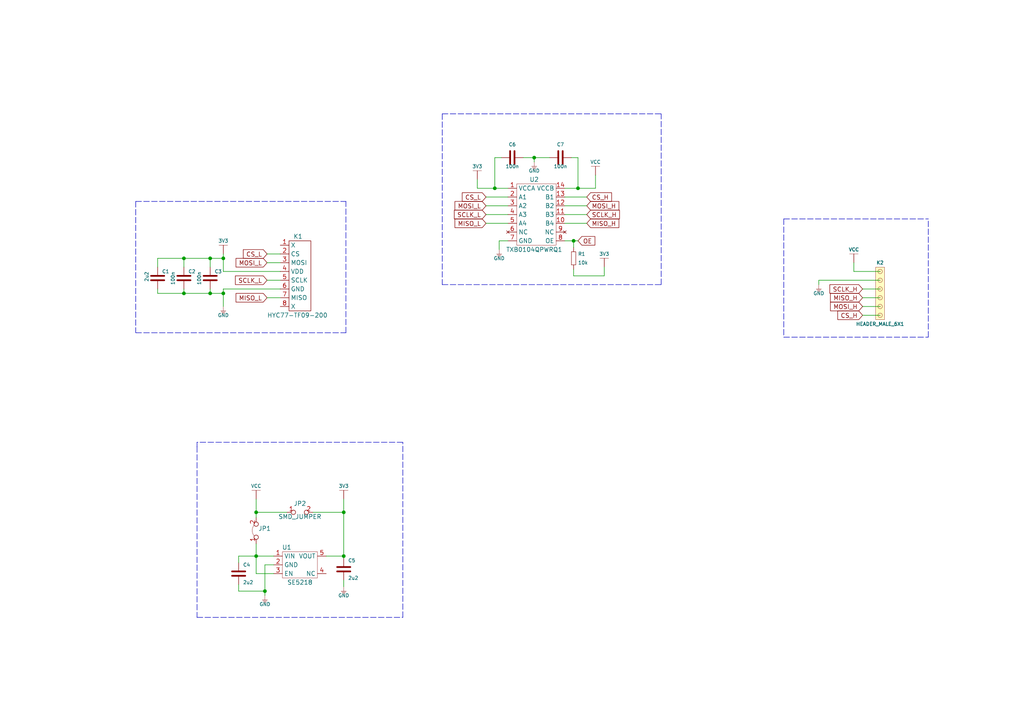
<source format=kicad_sch>
(kicad_sch (version 20250114) (generator "eeschema") (generator_version "9.0")
  (paper "A4")
  (lib_symbols
    (symbol "e-radionica.com schematics:0603C" (pin_numbers (hide yes)) (pin_names (offset 0.002))
      (property "Reference" "C" (at -0.635 3.175 0))
      (property "Value" "0603C" (at 0 -3.175 0))
      (symbol "0603C_0_1"
        (polyline (pts (xy -0.635 1.905) (xy -0.635 -1.905)) (stroke (width 0.5)))
        (polyline (pts (xy 0.635 1.905) (xy 0.635 -1.905)) (stroke (width 0.5)))
      )
      (symbol "0603C_1_1"
        (pin passive line (at -3.175 0 0) (length 2.54) (name "~") (number "1"))
        (pin passive line (at 3.175 0 180) (length 2.54) (name "~") (number "2"))
      )
    )
    (symbol "e-radionica.com schematics:0603R" (pin_numbers (hide yes)) (pin_names (offset 0.254))
      (property "Reference" "R" (at -1.905 1.905 0))
      (property "Value" "0603R" (at 0 -1.905 0))
      (symbol "0603R_0_1"
        (rectangle (start -1.905 0.635) (end -1.8796 -0.635) (stroke (width 0.1)))
        (rectangle (start -1.905 0.635) (end 1.905 0.6096) (stroke (width 0.1)))
        (rectangle (start -1.905 -0.635) (end 1.905 -0.6604) (stroke (width 0.1)))
        (rectangle (start 1.905 0.635) (end 1.9304 -0.635) (stroke (width 0.1)))
      )
      (symbol "0603R_1_1"
        (pin passive line (at -3.175 0 0) (length 1.27) (name "~") (number "1"))
        (pin passive line (at 3.175 0 180) (length 1.27) (name "~") (number "2"))
      )
    )
    (symbol "e-radionica.com schematics:3V3" (power) (pin_names (offset 0))
      (property "Value" "3V3" (at 0 3.556 0))
      (symbol "3V3_0_1"
        (polyline (pts (xy -1.27 2.54) (xy 1.27 2.54)) (stroke (width 0.0006)))
        (polyline (pts (xy 0 0) (xy 0 2.54)))
      )
      (symbol "3V3_1_1"
        (pin power_in line (at 0 0 90) (length 0) (hide yes) (name "3V3") (number "1"))
      )
    )
    (symbol "e-radionica.com schematics:GND" (power) (pin_names (offset 0))
      (property "Value" "GND" (at 0 -2.921 0))
      (symbol "GND_0_1"
        (polyline (pts (xy -0.762 -1.27) (xy 0.762 -1.27)) (stroke (width 0.0006)))
        (polyline (pts (xy -0.635 -1.524) (xy 0.635 -1.524)) (stroke (width 0.0006)))
        (polyline (pts (xy -0.381 -1.778) (xy 0.381 -1.778)) (stroke (width 0.0006)))
        (polyline (pts (xy -0.127 -2.032) (xy 0.127 -2.032)) (stroke (width 0.0006)))
        (polyline (pts (xy 0 0) (xy 0 -1.27)) (stroke (width 0.0006)))
      )
      (symbol "GND_1_1"
        (pin power_in line (at 0 0 270) (length 0) (hide yes) (name "GND") (number "1"))
      )
    )
    (symbol "e-radionica.com schematics:HEADER_MALE_6X1" (pin_numbers (hide yes)) (pin_names (hide yes))
      (property "Reference" "K" (at -0.635 10.16 0))
      (property "Value" "HEADER_MALE_6X1" (at 1.27 -7.62 0))
      (symbol "HEADER_MALE_6X1_0_1"
        (circle (center 0 7.62) (radius 0.635) (stroke (width 0.0006)))
        (circle (center 0 5.08) (radius 0.635) (stroke (width 0.0006)))
        (circle (center 0 2.54) (radius 0.635) (stroke (width 0.0006)))
        (circle (center 0 0) (radius 0.635) (stroke (width 0.0006)))
        (circle (center 0 -2.54) (radius 0.635) (stroke (width 0.0006)))
        (circle (center 0 -5.08) (radius 0.635) (stroke (width 0.0006)))
        (rectangle (start 1.27 -6.35) (end -1.27 8.89) (stroke (width 0.001)) (fill (type background)))
      )
      (symbol "HEADER_MALE_6X1_1_1"
        (pin passive line (at 0 7.62 180) (length 0) (name "~") (number "6"))
        (pin passive line (at 0 5.08 180) (length 0) (name "~") (number "5"))
        (pin passive line (at 0 2.54 180) (length 0) (name "~") (number "4"))
        (pin passive line (at 0 0 180) (length 0) (name "~") (number "3"))
        (pin passive line (at 0 -2.54 180) (length 0) (name "~") (number "2"))
        (pin passive line (at 0 -5.08 180) (length 0) (name "~") (number "1"))
      )
    )
    (symbol "e-radionica.com schematics:HYC77-TF09-200"
      (property "Reference" "K" (at 0 11.43 0))
      (property "Value" "HYC77-TF09-200" (at 0 -11.43 0))
      (symbol "HYC77-TF09-200_0_1"
        (rectangle (start -2.54 10.16) (end 3.81 -10.16) (stroke (width 0.1524)))
      )
      (symbol "HYC77-TF09-200_1_1"
        (pin bidirectional line (at -5.08 8.89 0) (length 2.54) (name "X") (number "1"))
        (pin bidirectional line (at -5.08 6.35 0) (length 2.54) (name "CS") (number "2"))
        (pin bidirectional line (at -5.08 3.81 0) (length 2.54) (name "MOSI") (number "3"))
        (pin bidirectional line (at -5.08 1.27 0) (length 2.54) (name "VDD") (number "4"))
        (pin bidirectional line (at -5.08 -1.27 0) (length 2.54) (name "SCLK") (number "5"))
        (pin bidirectional line (at -5.08 -3.81 0) (length 2.54) (name "GND") (number "6"))
        (pin bidirectional line (at -5.08 -6.35 0) (length 2.54) (name "MISO") (number "7"))
        (pin bidirectional line (at -5.08 -8.89 0) (length 2.54) (name "X") (number "8"))
      )
    )
    (symbol "e-radionica.com schematics:SE5218"
      (property "Reference" "U" (at -3.81 5.08 0))
      (property "Value" "SE5218" (at 0 -5.08 0))
      (symbol "SE5218_0_1"
        (rectangle (start -5.08 3.81) (end 5.08 -3.81) (stroke (width 0.0006)))
      )
      (symbol "SE5218_1_1"
        (pin power_in line (at -7.62 2.54 0) (length 2.54) (name "VIN") (number "1"))
        (pin power_in line (at -7.62 0 0) (length 2.54) (name "GND") (number "2"))
        (pin input line (at -7.62 -2.54 0) (length 2.54) (name "EN") (number "3"))
        (pin power_out line (at 7.62 2.54 180) (length 2.54) (name "VOUT") (number "5"))
        (pin passive line (at 7.62 -2.54 180) (length 2.54) (name "NC") (number "4"))
      )
    )
    (symbol "e-radionica.com schematics:SMD-JUMPER-CONNECTED_TRACE_SLODERMASK"
      (property "Reference" "JP" (at 0 3.556 0))
      (property "Value" "SMD-JUMPER-CONNECTED_TRACE_SLODERMASK" (at 0 -2.54 0))
      (symbol "SMD-JUMPER-CONNECTED_TRACE_SLODERMASK_0_1"
        (arc (start -1.8034 0.5588) (mid -0.2077 1.1365) (end 1.397 0.5842) (stroke (width 0.0006)))
      )
      (symbol "SMD-JUMPER-CONNECTED_TRACE_SLODERMASK_1_1"
        (pin passive inverted (at -4.064 0 0) (length 2.54) (name "") (number "1"))
        (pin passive inverted (at 3.556 0 180) (length 2.54) (name "") (number "2"))
      )
    )
    (symbol "e-radionica.com schematics:SMD_JUMPER"
      (property "Reference" "JP" (at 0 1.397 0))
      (property "Value" "SMD_JUMPER" (at 0.508 -3.048 0))
      (symbol "SMD_JUMPER_1_1"
        (pin passive inverted (at -3.81 0 0) (length 2.54) (name "") (number "1"))
        (pin passive inverted (at 3.81 0 180) (length 2.54) (name "") (number "2"))
      )
    )
    (symbol "e-radionica.com schematics:TXB0104QPWRQ1"
      (property "Reference" "U" (at 0 8.89 0))
      (property "Value" "TXB0104QPWRQ1" (at 0 -11.43 0))
      (symbol "TXB0104QPWRQ1_0_1"
        (rectangle (start -5.08 7.62) (end 6.35 -10.16) (stroke (width 0.0006)))
      )
      (symbol "TXB0104QPWRQ1_1_1"
        (pin power_in line (at -7.62 6.35 0) (length 2.54) (name "VCCA") (number "1"))
        (pin passive line (at -7.62 3.81 0) (length 2.54) (name "A1") (number "2"))
        (pin passive line (at -7.62 1.27 0) (length 2.54) (name "A2") (number "3"))
        (pin passive line (at -7.62 -1.27 0) (length 2.54) (name "A3") (number "4"))
        (pin passive line (at -7.62 -3.81 0) (length 2.54) (name "A4") (number "5"))
        (pin no_connect line (at -7.62 -6.35 0) (length 2.54) (name "NC") (number "6"))
        (pin passive line (at -7.62 -8.89 0) (length 2.54) (name "GND") (number "7"))
        (pin power_out line (at 8.89 6.35 180) (length 2.54) (name "VCCB") (number "14"))
        (pin passive line (at 8.89 3.81 180) (length 2.54) (name "B1") (number "13"))
        (pin passive line (at 8.89 1.27 180) (length 2.54) (name "B2") (number "12"))
        (pin passive line (at 8.89 -1.27 180) (length 2.54) (name "B3") (number "11"))
        (pin passive line (at 8.89 -3.81 180) (length 2.54) (name "B4") (number "10"))
        (pin no_connect line (at 8.89 -6.35 180) (length 2.54) (name "NC") (number "9"))
        (pin passive line (at 8.89 -8.89 180) (length 2.54) (name "OE") (number "8"))
      )
    )
    (symbol "e-radionica.com schematics:VCC" (power) (pin_names (offset 0))
      (property "Value" "VCC" (at 0 3.556 0))
      (symbol "VCC_0_1"
        (polyline (pts (xy -1.27 2.54) (xy 1.27 2.54)) (stroke (width 0.0006)))
        (polyline (pts (xy 0 0) (xy 0 2.54)))
      )
      (symbol "VCC_1_1"
        (pin power_in line (at 0 0 90) (length 0) (hide yes) (name "VCC") (number "1"))
      )
    )
  )
  (junction (at 167.64 54.61) (diameter 0.9144))
  (junction (at 64.77 85.09) (diameter 0.9144))
  (junction (at 143.51 54.61) (diameter 0.9144))
  (junction (at 74.295 148.59) (diameter 0.9144))
  (junction (at 166.37 69.85) (diameter 0.9144))
  (junction (at 64.77 74.93) (diameter 0.9144))
  (junction (at 76.835 171.45) (diameter 0.9144))
  (junction (at 53.34 85.09) (diameter 0.9144))
  (junction (at 60.96 85.09) (diameter 0.9144))
  (junction (at 99.695 161.29) (diameter 0.9144))
  (junction (at 154.94 45.72) (diameter 0.9144))
  (junction (at 99.695 148.59) (diameter 0.9144))
  (junction (at 53.34 74.93) (diameter 0.9144))
  (junction (at 60.96 74.93) (diameter 0.9144))
  (junction (at 74.295 161.29) (diameter 0.9144))
  (wire (pts (xy 76.835 163.83) (xy 76.835 171.45)))
  (wire (pts (xy 144.78 69.85) (xy 144.78 72.39)))
  (wire (pts (xy 64.77 73.66) (xy 64.77 74.93)))
  (wire (pts (xy 64.77 74.93) (xy 64.77 78.74)))
  (wire (pts (xy 69.215 169.545) (xy 69.215 171.45)))
  (wire (pts (xy 140.97 62.23) (xy 147.32 62.23)))
  (wire (pts (xy 140.97 57.15) (xy 147.32 57.15)))
  (wire (pts (xy 99.695 148.59) (xy 99.695 161.29)))
  (wire (pts (xy 163.83 69.85) (xy 166.37 69.85)))
  (wire (pts (xy 69.215 163.195) (xy 69.215 161.29)))
  (wire (pts (xy 250.19 86.36) (xy 255.27 86.36)))
  (wire (pts (xy 90.805 148.59) (xy 99.695 148.59)))
  (wire (pts (xy 74.295 148.59) (xy 83.185 148.59)))
  (wire (pts (xy 143.51 54.61) (xy 147.32 54.61)))
  (wire (pts (xy 74.295 148.59) (xy 74.295 150.114)))
  (wire (pts (xy 147.32 69.85) (xy 144.78 69.85)))
  (polyline (pts (xy 128.27 33.02) (xy 128.27 82.55)) (stroke (width 0) (type dash)))
  (polyline (pts (xy 128.27 33.02) (xy 191.77 33.02)) (stroke (width 0) (type dash)))
  (polyline (pts (xy 128.27 82.55) (xy 191.77 82.55)) (stroke (width 0) (type dash)))
  (polyline (pts (xy 191.77 82.55) (xy 191.77 33.02)) (stroke (width 0) (type dash)))
  (wire (pts (xy 77.47 81.28) (xy 81.28 81.28)))
  (wire (pts (xy 151.765 45.72) (xy 154.94 45.72)))
  (wire (pts (xy 143.51 45.72) (xy 145.415 45.72)))
  (wire (pts (xy 77.47 76.2) (xy 81.28 76.2)))
  (wire (pts (xy 247.65 78.74) (xy 247.65 76.2)))
  (wire (pts (xy 255.27 78.74) (xy 247.65 78.74)))
  (wire (pts (xy 53.34 83.82) (xy 53.34 85.09)))
  (wire (pts (xy 74.295 166.37) (xy 74.295 161.29)))
  (wire (pts (xy 250.19 83.82) (xy 255.27 83.82)))
  (wire (pts (xy 45.72 74.93) (xy 53.34 74.93)))
  (wire (pts (xy 45.72 77.47) (xy 45.72 74.93)))
  (wire (pts (xy 53.34 74.93) (xy 60.96 74.93)))
  (wire (pts (xy 60.96 74.93) (xy 64.77 74.93)))
  (wire (pts (xy 64.77 83.82) (xy 64.77 85.09)))
  (wire (pts (xy 64.77 85.09) (xy 64.77 88.9)))
  (wire (pts (xy 167.64 45.72) (xy 167.64 54.61)))
  (wire (pts (xy 165.735 45.72) (xy 167.64 45.72)))
  (wire (pts (xy 163.83 62.23) (xy 170.18 62.23)))
  (wire (pts (xy 99.695 161.29) (xy 99.695 161.925)))
  (wire (pts (xy 140.97 59.69) (xy 147.32 59.69)))
  (wire (pts (xy 64.77 78.74) (xy 81.28 78.74)))
  (wire (pts (xy 172.72 50.8) (xy 172.72 54.61)))
  (wire (pts (xy 172.72 54.61) (xy 167.64 54.61)))
  (wire (pts (xy 64.77 83.82) (xy 81.28 83.82)))
  (wire (pts (xy 60.96 83.82) (xy 60.96 85.09)))
  (wire (pts (xy 94.615 161.29) (xy 99.695 161.29)))
  (wire (pts (xy 237.49 81.28) (xy 255.27 81.28)))
  (wire (pts (xy 237.49 82.55) (xy 237.49 81.28)))
  (wire (pts (xy 60.96 74.93) (xy 60.96 77.47)))
  (wire (pts (xy 79.375 166.37) (xy 74.295 166.37)))
  (polyline (pts (xy 57.15 128.27) (xy 57.15 129.54)) (stroke (width 0) (type dash)))
  (polyline (pts (xy 57.15 129.54) (xy 57.15 179.07)) (stroke (width 0) (type dash)))
  (polyline (pts (xy 57.15 179.07) (xy 116.84 179.07)) (stroke (width 0) (type dash)))
  (polyline (pts (xy 116.84 128.27) (xy 57.15 128.27)) (stroke (width 0) (type dash)))
  (polyline (pts (xy 116.84 179.07) (xy 116.84 128.27)) (stroke (width 0) (type dash)))
  (wire (pts (xy 45.72 83.82) (xy 45.72 85.09)))
  (wire (pts (xy 45.72 85.09) (xy 53.34 85.09)))
  (wire (pts (xy 53.34 85.09) (xy 60.96 85.09)))
  (wire (pts (xy 60.96 85.09) (xy 64.77 85.09)))
  (wire (pts (xy 166.37 69.85) (xy 167.64 69.85)))
  (wire (pts (xy 140.97 64.77) (xy 147.32 64.77)))
  (wire (pts (xy 74.295 157.734) (xy 74.295 161.29)))
  (wire (pts (xy 99.695 148.59) (xy 99.695 144.78)))
  (wire (pts (xy 99.695 168.275) (xy 99.695 170.18)))
  (wire (pts (xy 166.37 80.01) (xy 175.26 80.01)))
  (wire (pts (xy 175.26 80.01) (xy 175.26 77.47)))
  (wire (pts (xy 79.375 163.83) (xy 76.835 163.83)))
  (wire (pts (xy 77.47 73.66) (xy 81.28 73.66)))
  (wire (pts (xy 250.19 91.44) (xy 255.27 91.44)))
  (wire (pts (xy 76.835 171.45) (xy 76.835 172.72)))
  (wire (pts (xy 154.94 45.72) (xy 154.94 46.99)))
  (wire (pts (xy 166.37 69.85) (xy 166.37 71.755)))
  (wire (pts (xy 53.34 74.93) (xy 53.34 77.47)))
  (wire (pts (xy 163.83 57.15) (xy 170.18 57.15)))
  (wire (pts (xy 138.43 52.07) (xy 138.43 54.61)))
  (wire (pts (xy 138.43 54.61) (xy 143.51 54.61)))
  (wire (pts (xy 163.83 54.61) (xy 167.64 54.61)))
  (wire (pts (xy 74.295 144.78) (xy 74.295 148.59)))
  (wire (pts (xy 69.215 171.45) (xy 76.835 171.45)))
  (wire (pts (xy 69.215 161.29) (xy 74.295 161.29)))
  (wire (pts (xy 143.51 45.72) (xy 143.51 54.61)))
  (polyline (pts (xy 227.33 63.5) (xy 227.33 97.79)) (stroke (width 0) (type dash)))
  (polyline (pts (xy 227.33 63.5) (xy 269.24 63.5)) (stroke (width 0) (type dash)))
  (polyline (pts (xy 227.33 97.79) (xy 269.24 97.79)) (stroke (width 0) (type dash)))
  (polyline (pts (xy 269.24 97.79) (xy 269.24 63.5)) (stroke (width 0) (type dash)))
  (wire (pts (xy 163.83 59.69) (xy 170.18 59.69)))
  (wire (pts (xy 163.83 64.77) (xy 170.18 64.77)))
  (wire (pts (xy 79.375 161.29) (xy 74.295 161.29)))
  (wire (pts (xy 77.47 86.36) (xy 81.28 86.36)))
  (wire (pts (xy 250.19 88.9) (xy 255.27 88.9)))
  (polyline (pts (xy 39.37 58.42) (xy 39.37 96.52)) (stroke (width 0) (type dash)))
  (polyline (pts (xy 39.37 58.42) (xy 100.33 58.42)) (stroke (width 0) (type dash)))
  (polyline (pts (xy 39.37 96.52) (xy 100.33 96.52)) (stroke (width 0) (type dash)))
  (polyline (pts (xy 100.33 96.52) (xy 100.33 58.42)) (stroke (width 0) (type dash)))
  (wire (pts (xy 159.385 45.72) (xy 154.94 45.72)))
  (wire (pts (xy 166.37 78.105) (xy 166.37 80.01)))
  (global_label "MOSI_L" (shape input) (at 140.97 59.69 180) (property "Intersheetrefs" "${INTERSHEET_REFS}" (effects (hide yes))))
  (global_label "SCLK_H" (shape input) (at 250.19 83.82 180) (property "Intersheetrefs" "${INTERSHEET_REFS}" (effects (hide yes))))
  (global_label "OE" (shape input) (at 167.64 69.85 0) (property "Intersheetrefs" "${INTERSHEET_REFS}" (effects (hide yes))))
  (global_label "CS_L" (shape input) (at 140.97 57.15 180) (property "Intersheetrefs" "${INTERSHEET_REFS}" (effects (hide yes))))
  (global_label "SCLK_L" (shape input) (at 140.97 62.23 180) (property "Intersheetrefs" "${INTERSHEET_REFS}" (effects (hide yes))))
  (global_label "SCLK_L" (shape input) (at 77.47 81.28 180) (property "Intersheetrefs" "${INTERSHEET_REFS}" (effects (hide yes))))
  (global_label "CS_H" (shape input) (at 250.19 91.44 180) (property "Intersheetrefs" "${INTERSHEET_REFS}" (effects (hide yes))))
  (global_label "SCLK_H" (shape input) (at 170.18 62.23 0) (property "Intersheetrefs" "${INTERSHEET_REFS}" (effects (hide yes))))
  (global_label "CS_L" (shape input) (at 77.47 73.66 180) (property "Intersheetrefs" "${INTERSHEET_REFS}" (effects (hide yes))))
  (global_label "MISO_L" (shape input) (at 140.97 64.77 180) (property "Intersheetrefs" "${INTERSHEET_REFS}" (effects (hide yes))))
  (global_label "MISO_H" (shape input) (at 250.19 86.36 180) (property "Intersheetrefs" "${INTERSHEET_REFS}" (effects (hide yes))))
  (global_label "MISO_L" (shape input) (at 77.47 86.36 180) (property "Intersheetrefs" "${INTERSHEET_REFS}" (effects (hide yes))))
  (global_label "CS_H" (shape input) (at 170.18 57.15 0) (property "Intersheetrefs" "${INTERSHEET_REFS}" (effects (hide yes))))
  (global_label "MOSI_H" (shape input) (at 170.18 59.69 0) (property "Intersheetrefs" "${INTERSHEET_REFS}" (effects (hide yes))))
  (global_label "MOSI_H" (shape input) (at 250.19 88.9 180) (property "Intersheetrefs" "${INTERSHEET_REFS}" (effects (hide yes))))
  (global_label "MISO_H" (shape input) (at 170.18 64.77 0) (property "Intersheetrefs" "${INTERSHEET_REFS}" (effects (hide yes))))
  (global_label "MOSI_L" (shape input) (at 77.47 76.2 180) (property "Intersheetrefs" "${INTERSHEET_REFS}" (effects (hide yes))))
  (symbol (lib_id "e-radionica.com schematics:GND") (at 99.695 170.18 0) (unit 1)
    (property "Reference" "#PWR06" (effects (hide yes)))
    (property "Value" "GND" (at 99.695 172.72 0) (effects (font (size 1 1))))
  )
  (symbol (lib_id "e-radionica.com schematics:0603C") (at 148.59 45.72 0) (unit 1)
    (property "Reference" "C6" (at 148.59 41.91 0) (effects (font (size 1 1))))
    (property "Value" "100n" (at 148.59 48.26 0) (effects (font (size 1 1))))
    (property "Footprint" "e-radionica.com footprinti:0603C" (effects (hide yes)))
  )
  (symbol (lib_id "e-radionica.com schematics:GND") (at 144.78 72.39 0) (unit 1)
    (property "Reference" "#PWR08" (effects (hide yes)))
    (property "Value" "GND" (at 144.78 74.93 0) (effects (font (size 1 1))))
  )
  (symbol (lib_id "e-radionica.com schematics:VCC") (at 172.72 50.8 0) (unit 1)
    (property "Reference" "#PWR010" (effects (hide yes)))
    (property "Value" "VCC" (at 172.72 46.99 0) (effects (font (size 1 1))))
  )
  (symbol (lib_id "e-radionica.com schematics:VCC") (at 247.65 76.2 0) (unit 1)
    (property "Reference" "#PWR013" (effects (hide yes)))
    (property "Value" "VCC" (at 247.65 72.39 0) (effects (font (size 1 1))))
  )
  (symbol (lib_id "e-radionica.com schematics:0603R") (at 166.37 74.93 90) (unit 1)
    (property "Reference" "R1" (at 167.64 73.66 90) (effects (font (size 1 1)) (justify right)))
    (property "Value" "10k" (at 167.64 76.2 90) (effects (font (size 1 1)) (justify right)))
    (property "Footprint" "e-radionica.com footprinti:0603R" (effects (hide yes)))
  )
  (symbol (lib_id "e-radionica.com schematics:3V3") (at 64.77 73.66 0) (unit 1)
    (property "Reference" "#PWR01" (effects (hide yes)))
    (property "Value" "3V3" (at 64.77 69.85 0) (effects (font (size 1 1))))
  )
  (symbol (lib_id "e-radionica.com schematics:SMD-JUMPER-CONNECTED_TRACE_SLODERMASK") (at 74.295 153.67 90) (unit 1)
    (property "Reference" "JP1" (at 74.93 153.2889 90) (effects (justify right)))
    (property "Value" "SMD-JUMPER-CONNECTED_TRACE_SLODERMASK" (effects (hide yes)))
    (property "Footprint" "e-radionica.com footprinti:SMD-JUMPER-CONNECTED_TRACE_SLODERMASK" (effects (hide yes)))
  )
  (symbol (lib_id "e-radionica.com schematics:0603C") (at 45.72 80.645 90) (unit 1)
    (property "Reference" "C1" (at 46.99 78.74 90) (effects (font (size 1 1)) (justify right)))
    (property "Value" "2u2" (at 42.545 78.74 0) (effects (font (size 1 1)) (justify right)))
    (property "Footprint" "e-radionica.com footprinti:0603C" (effects (hide yes)))
  )
  (symbol (lib_id "e-radionica.com schematics:0603C") (at 99.695 165.1 90) (unit 1)
    (property "Reference" "C5" (at 100.965 162.56 90) (effects (font (size 1 1)) (justify right)))
    (property "Value" "2u2" (at 100.965 167.64 90) (effects (font (size 1 1)) (justify right)))
    (property "Footprint" "e-radionica.com footprinti:0603C" (effects (hide yes)))
  )
  (symbol (lib_id "e-radionica.com schematics:3V3") (at 99.695 144.78 0) (unit 1)
    (property "Reference" "#PWR05" (effects (hide yes)))
    (property "Value" "3V3" (at 99.695 140.97 0) (effects (font (size 1 1))))
  )
  (symbol (lib_id "e-radionica.com schematics:GND") (at 237.49 82.55 0) (unit 1)
    (property "Reference" "#PWR012" (effects (hide yes)))
    (property "Value" "GND" (at 237.49 85.09 0) (effects (font (size 1 1))))
  )
  (symbol (lib_id "e-radionica.com schematics:SE5218") (at 86.995 163.83 0) (unit 1)
    (property "Reference" "U1" (at 83.185 158.75 0))
    (property "Value" "SE5218" (at 86.995 168.91 0))
    (property "Footprint" "e-radionica.com footprinti:SOT-23-5" (effects (hide yes)))
  )
  (symbol (lib_id "e-radionica.com schematics:HYC77-TF09-200") (at 86.36 80.01 0) (unit 1)
    (property "Reference" "K1" (at 85.09 68.5799 0) (effects (justify left)))
    (property "Value" "HYC77-TF09-200" (at 77.47 91.4399 0) (effects (justify left)))
    (property "Footprint" "e-radionica.com footprinti:HYC77-TF09-200" (effects (hide yes)))
  )
  (symbol (lib_id "e-radionica.com schematics:GND") (at 154.94 46.99 0) (unit 1)
    (property "Reference" "#PWR09" (effects (hide yes)))
    (property "Value" "GND" (at 154.94 49.53 0) (effects (font (size 1 1))))
  )
  (symbol (lib_id "e-radionica.com schematics:0603C") (at 53.34 80.645 90) (unit 1)
    (property "Reference" "C2" (at 54.61 78.74 90) (effects (font (size 1 1)) (justify right)))
    (property "Value" "100n" (at 50.165 78.74 0) (effects (font (size 1 1)) (justify right)))
    (property "Footprint" "e-radionica.com footprinti:0603C" (effects (hide yes)))
  )
  (symbol (lib_id "e-radionica.com schematics:0603C") (at 60.96 80.645 90) (unit 1)
    (property "Reference" "C3" (at 62.23 78.74 90) (effects (font (size 1 1)) (justify right)))
    (property "Value" "100n" (at 57.785 78.74 0) (effects (font (size 1 1)) (justify right)))
    (property "Footprint" "e-radionica.com footprinti:0603C" (effects (hide yes)))
  )
  (symbol (lib_id "e-radionica.com schematics:3V3") (at 138.43 52.07 0) (unit 1)
    (property "Reference" "#PWR07" (effects (hide yes)))
    (property "Value" "3V3" (at 138.43 48.26 0) (effects (font (size 1 1))))
  )
  (symbol (lib_id "e-radionica.com schematics:0603C") (at 69.215 166.37 90) (unit 1)
    (property "Reference" "C4" (at 70.485 163.83 90) (effects (font (size 1 1)) (justify right)))
    (property "Value" "2u2" (at 70.485 168.91 90) (effects (font (size 1 1)) (justify right)))
    (property "Footprint" "e-radionica.com footprinti:0603C" (effects (hide yes)))
  )
  (symbol (lib_id "e-radionica.com schematics:SMD_JUMPER") (at 86.995 148.59 0) (unit 1)
    (property "Reference" "JP2" (at 86.995 146.05 0))
    (property "Value" "SMD_JUMPER" (at 86.995 149.86 0))
    (property "Footprint" "e-radionica.com footprinti:SMD_JUMPER" (effects (hide yes)))
  )
  (symbol (lib_id "e-radionica.com schematics:HEADER_MALE_6X1") (at 255.27 86.36 0) (unit 1)
    (property "Reference" "K2" (at 255.27 76.2 0) (effects (font (size 1 1))))
    (property "Value" "HEADER_MALE_6X1" (at 255.27 93.98 0) (effects (font (size 1 1))))
    (property "Footprint" "e-radionica.com footprinti:HEADER_MALE_6X1" (effects (hide yes)))
  )
  (symbol (lib_id "e-radionica.com schematics:0603C") (at 162.56 45.72 0) (unit 1)
    (property "Reference" "C7" (at 162.56 41.91 0) (effects (font (size 1 1))))
    (property "Value" "100n" (at 162.56 48.26 0) (effects (font (size 1 1))))
    (property "Footprint" "e-radionica.com footprinti:0603C" (effects (hide yes)))
  )
  (symbol (lib_id "e-radionica.com schematics:3V3") (at 175.26 77.47 0) (unit 1)
    (property "Reference" "#PWR011" (effects (hide yes)))
    (property "Value" "3V3" (at 175.26 73.66 0) (effects (font (size 1 1))))
  )
  (symbol (lib_id "e-radionica.com schematics:VCC") (at 74.295 144.78 0) (unit 1)
    (property "Reference" "#PWR03" (effects (hide yes)))
    (property "Value" "VCC" (at 74.295 140.97 0) (effects (font (size 1 1))))
  )
  (symbol (lib_id "e-radionica.com schematics:TXB0104QPWRQ1") (at 154.94 60.96 0) (unit 1)
    (property "Reference" "U2" (at 154.94 52.07 0))
    (property "Value" "TXB0104QPWRQ1" (at 154.94 72.39 0))
    (property "Footprint" "e-radionica.com footprinti:TXB0104QPWRQ1" (effects (hide yes)))
  )
  (symbol (lib_id "e-radionica.com schematics:GND") (at 64.77 88.9 0) (unit 1)
    (property "Reference" "#PWR02" (effects (hide yes)))
    (property "Value" "GND" (at 64.77 91.44 0) (effects (font (size 1 1))))
  )
  (symbol (lib_id "e-radionica.com schematics:GND") (at 76.835 172.72 0) (unit 1)
    (property "Reference" "#PWR04" (effects (hide yes)))
    (property "Value" "GND" (at 76.835 175.26 0) (effects (font (size 1 1))))
  )
)
</source>
